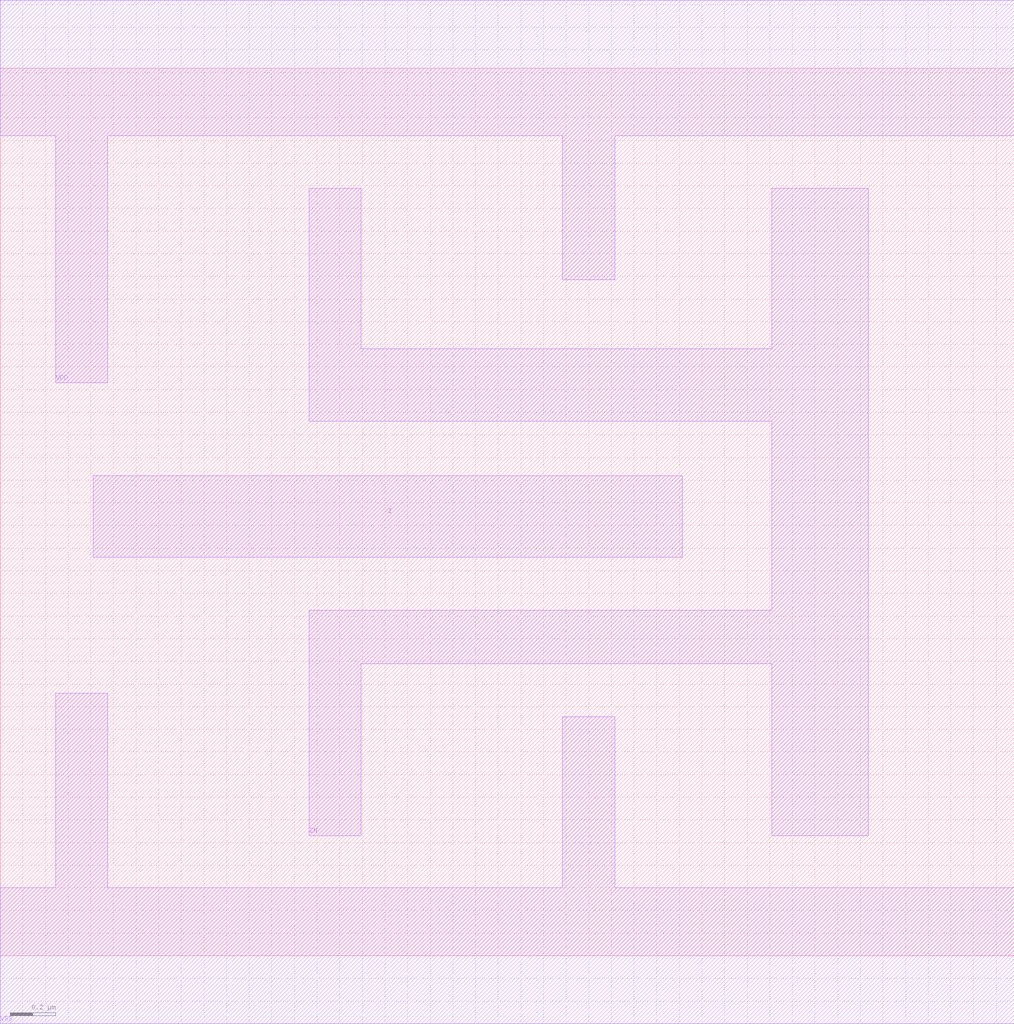
<source format=lef>
# Copyright 2022 GlobalFoundries PDK Authors
#
# Licensed under the Apache License, Version 2.0 (the "License");
# you may not use this file except in compliance with the License.
# You may obtain a copy of the License at
#
#      http://www.apache.org/licenses/LICENSE-2.0
#
# Unless required by applicable law or agreed to in writing, software
# distributed under the License is distributed on an "AS IS" BASIS,
# WITHOUT WARRANTIES OR CONDITIONS OF ANY KIND, either express or implied.
# See the License for the specific language governing permissions and
# limitations under the License.

MACRO gf180mcu_fd_sc_mcu7t5v0__inv_3
  CLASS core ;
  FOREIGN gf180mcu_fd_sc_mcu7t5v0__inv_3 0.0 0.0 ;
  ORIGIN 0 0 ;
  SYMMETRY X Y ;
  SITE GF018hv5v_mcu_sc7 ;
  SIZE 4.48 BY 3.92 ;
  PIN I
    DIRECTION INPUT ;
    ANTENNAGATEAREA 3.306 ;
    PORT
      LAYER Metal1 ;
        POLYGON 0.41 1.76 3.015 1.76 3.015 2.12 0.41 2.12  ;
    END
  END I
  PIN ZN
    DIRECTION OUTPUT ;
    ANTENNADIFFAREA 2.2024 ;
    PORT
      LAYER Metal1 ;
        POLYGON 1.365 2.36 3.41 2.36 3.41 1.525 1.365 1.525 1.365 0.53 1.595 0.53 1.595 1.29 3.41 1.29 3.41 0.53 3.835 0.53 3.835 3.39 3.41 3.39 3.41 2.68 1.595 2.68 1.595 3.39 1.365 3.39  ;
    END
  END ZN
  PIN VDD
    DIRECTION INOUT ;
    USE power ;
    SHAPE ABUTMENT ;
    PORT
      LAYER Metal1 ;
        POLYGON 0 3.62 0.245 3.62 0.245 2.53 0.475 2.53 0.475 3.62 2.485 3.62 2.485 2.985 2.715 2.985 2.715 3.62 4.48 3.62 4.48 4.22 0 4.22  ;
    END
  END VDD
  PIN VSS
    DIRECTION INOUT ;
    USE ground ;
    SHAPE ABUTMENT ;
    PORT
      LAYER Metal1 ;
        POLYGON 0 -0.3 4.48 -0.3 4.48 0.3 2.715 0.3 2.715 1.055 2.485 1.055 2.485 0.3 0.475 0.3 0.475 1.16 0.245 1.16 0.245 0.3 0 0.3  ;
    END
  END VSS
END gf180mcu_fd_sc_mcu7t5v0__inv_3

</source>
